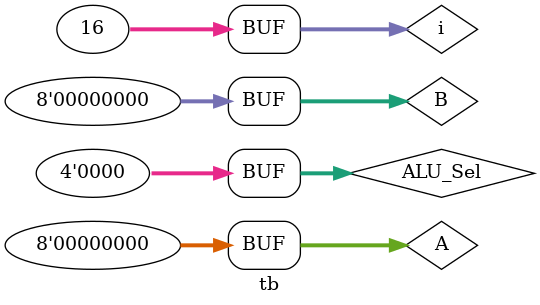
<source format=v>
`timescale 1ns / 1ps  

module tb;
//Inputs
 reg[7:0] A,B;
 reg[3:0] ALU_Sel;

//Outputs
 wire[7:0] ALU_Out;
 wire CarryOut;

 // Verilog code for ALU
 integer i;
ALU testbench (
            A,B,  // ALU 8-bit Inputs                 
            ALU_Sel,// ALU operation Selection
            ALU_Out, // ALU 8-bit Output
            CarryOut // Carry Out 
     );
    initial begin
    // hold reset state for 100 ns.
      A = 8'b11110000;
      B = 8'b00001111;
      ALU_Sel = 8'd0;
      #10;
      for (i=0;i<=15;i=i+1)
      begin
       ALU_Sel = ALU_Sel + 8'h01;
       #10;
      end
      
      A = 8'd0;
      B = 8'd0;
      
    end
endmodule
</source>
